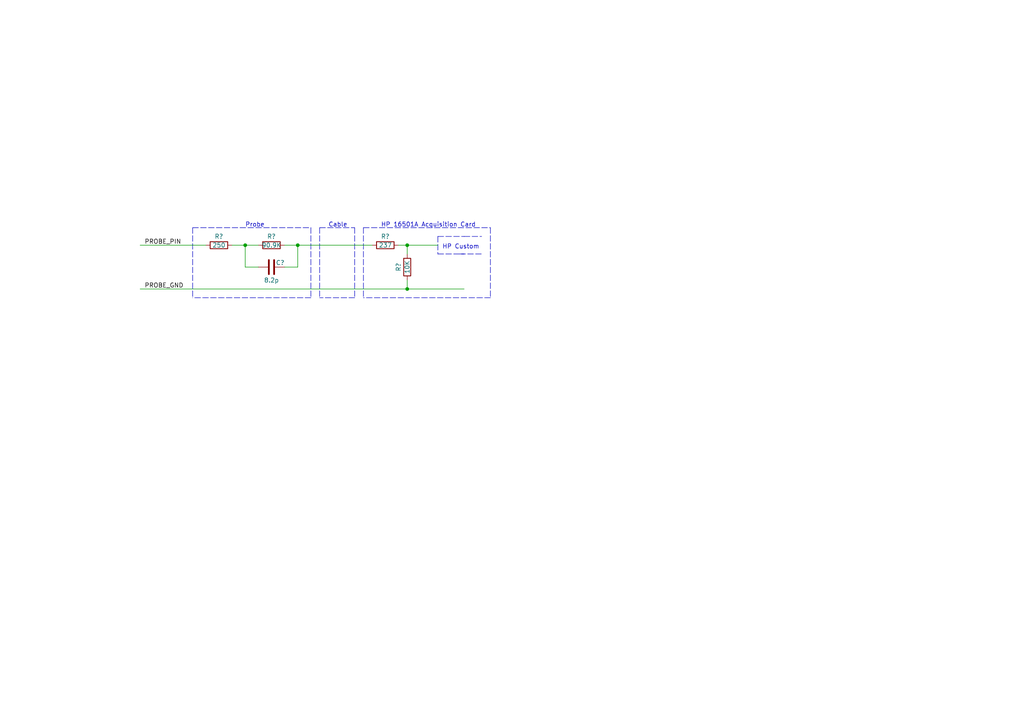
<source format=kicad_sch>
(kicad_sch (version 20211123) (generator eeschema)
  (paper "A4")
  (lib_symbols
    (symbol "Device:C" (pin_numbers hide) (pin_names (offset 0.254))
      (property "Reference" "C" (at 0.635 2.54 0))
      (property "Value" "C" (at 0.635 -2.54 0))
      (symbol "C_0_1"
        (polyline (pts (xy -2.032 -0.762) (xy 2.032 -0.762)) (stroke (width 0.508)))
        (polyline (pts (xy -2.032 0.762) (xy 2.032 0.762)) (stroke (width 0.508)))
      )
      (symbol "C_1_1"
        (pin passive line (at 0 3.81 270) (length 2.794) (name "~") (number "1"))
        (pin passive line (at 0 -3.81 90) (length 2.794) (name "~") (number "2"))
      )
    )
    (symbol "Device:R" (pin_numbers hide) (pin_names (offset 0))
      (property "Reference" "R" (at 2.032 0 90))
      (property "Value" "R" (at 0 0 90))
      (symbol "R_0_1"
        (rectangle (start -1.016 -2.54) (end 1.016 2.54) (stroke (width 0.254)))
      )
      (symbol "R_1_1"
        (pin passive line (at 0 3.81 270) (length 1.27) (name "~") (number "1"))
        (pin passive line (at 0 -3.81 90) (length 1.27) (name "~") (number "2"))
      )
    )
  )
  (junction (at 71.12 71.12))
  (junction (at 118.11 71.12))
  (junction (at 86.36 71.12))
  (junction (at 118.11 83.82))
  (wire (pts (xy 86.36 77.47) (xy 86.36 71.12)))
  (wire (pts (xy 118.11 71.12) (xy 118.11 73.66)))
  (polyline (pts (xy 105.41 66.04) (xy 105.41 86.36)))
  (polyline (pts (xy 127 68.58) (xy 127 73.66)))
  (polyline (pts (xy 92.71 66.04) (xy 102.87 66.04)))
  (polyline (pts (xy 90.17 86.36) (xy 55.88 86.36)))
  (polyline (pts (xy 142.24 66.04) (xy 142.24 86.36)))
  (polyline (pts (xy 102.87 66.04) (xy 102.87 86.36)))
  (polyline (pts (xy 55.88 66.04) (xy 55.88 86.36)))
  (wire (pts (xy 82.55 77.47) (xy 86.36 77.47)))
  (wire (pts (xy 67.31 71.12) (xy 71.12 71.12)))
  (wire (pts (xy 82.55 71.12) (xy 86.36 71.12)))
  (wire (pts (xy 71.12 71.12) (xy 74.93 71.12)))
  (wire (pts (xy 115.57 71.12) (xy 118.11 71.12)))
  (polyline (pts (xy 127 73.66) (xy 134.62 73.66)))
  (wire (pts (xy 118.11 81.28) (xy 118.11 83.82)))
  (polyline (pts (xy 102.87 86.36) (xy 92.71 86.36)))
  (polyline (pts (xy 134.62 68.58) (xy 139.7 68.58)))
  (polyline (pts (xy 127 68.58) (xy 134.62 68.58)))
  (wire (pts (xy 86.36 71.12) (xy 107.95 71.12)))
  (polyline (pts (xy 142.24 86.36) (xy 105.41 86.36)))
  (wire (pts (xy 118.11 71.12) (xy 127 71.12)))
  (polyline (pts (xy 92.71 66.04) (xy 92.71 86.36)))
  (polyline (pts (xy 105.41 66.04) (xy 142.24 66.04)))
  (wire (pts (xy 71.12 71.12) (xy 71.12 77.47)))
  (polyline (pts (xy 133.35 73.66) (xy 139.7 73.66)))
  (wire (pts (xy 40.64 71.12) (xy 59.69 71.12)))
  (polyline (pts (xy 90.17 66.04) (xy 90.17 86.36)))
  (wire (pts (xy 118.11 83.82) (xy 134.62 83.82)))
  (wire (pts (xy 71.12 77.47) (xy 74.93 77.47)))
  (polyline (pts (xy 55.88 66.04) (xy 90.17 66.04)))
  (wire (pts (xy 40.64 83.82) (xy 118.11 83.82)))
  (text "HP Custom" (at 128.27 72.39 0) (effects (font (size 1.27 1.27)) (justify left bottom)))
  (text "Probe" (at 71.12 66.04 0) (effects (font (size 1.27 1.27)) (justify left bottom)))
  (text "HP 16501A Acquisition Card" (at 110.49 66.04 0) (effects (font (size 1.27 1.27)) (justify left bottom)))
  (text "Cable" (at 95.25 66.04 0) (effects (font (size 1.27 1.27)) (justify left bottom)))
  (label "PROBE_PIN" (at 41.91 71.12 0))
  (label "PROBE_GND" (at 41.91 83.82 0))
  (symbol (lib_id "Device:R") (at 78.74 71.12 90) (unit 1)
    (property "Reference" "R?" (at 78.74 68.58 90))
    (property "Value" "90.9K" (at 78.74 71.12 90))
  )
  (symbol (lib_id "Device:C") (at 78.74 77.47 90) (unit 1)
    (property "Reference" "C?" (at 81.28 76.2 90))
    (property "Value" "8.2p" (at 78.74 81.28 90))
  )
  (symbol (lib_id "Device:R") (at 63.5 71.12 90) (unit 1)
    (property "Reference" "R?" (at 63.5 68.58 90))
    (property "Value" "250" (at 63.5 71.12 90))
  )
  (symbol (lib_id "Device:R") (at 111.76 71.12 90) (unit 1)
    (property "Reference" "R?" (at 111.76 68.58 90))
    (property "Value" "237" (at 111.76 71.12 90))
  )
  (symbol (lib_id "Device:R") (at 118.11 77.47 180) (unit 1)
    (property "Reference" "R?" (at 115.57 77.47 90))
    (property "Value" "10K" (at 118.11 77.47 90))
  )
)
</source>
